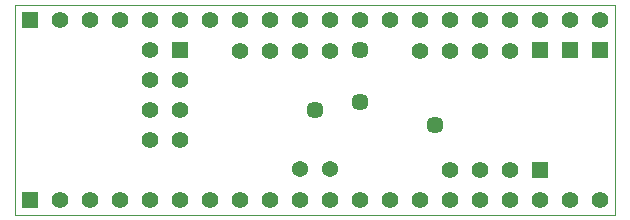
<source format=gbs>
G75*
%MOIN*%
%OFA0B0*%
%FSLAX25Y25*%
%IPPOS*%
%LPD*%
%AMOC8*
5,1,8,0,0,1.08239X$1,22.5*
%
%ADD10C,0.00000*%
%ADD11R,0.05550X0.05550*%
%ADD12C,0.05550*%
%ADD13C,0.05400*%
%ADD14C,0.05715*%
D10*
X0001250Y0001250D02*
X0001250Y0071211D01*
X0201250Y0071211D01*
X0201250Y0001250D01*
X0001250Y0001250D01*
D11*
X0006250Y0006250D03*
X0056250Y0056250D03*
X0006250Y0066250D03*
X0176250Y0056250D03*
X0186250Y0056250D03*
X0196250Y0056250D03*
X0176250Y0016250D03*
D12*
X0166250Y0016250D03*
X0156250Y0016250D03*
X0146250Y0016250D03*
X0146250Y0006250D03*
X0136250Y0006250D03*
X0126250Y0006250D03*
X0116250Y0006250D03*
X0106250Y0006250D03*
X0096250Y0006250D03*
X0086250Y0006250D03*
X0076250Y0006250D03*
X0066250Y0006250D03*
X0056250Y0006250D03*
X0046250Y0006250D03*
X0036250Y0006250D03*
X0026250Y0006250D03*
X0016250Y0006250D03*
X0046250Y0026250D03*
X0056250Y0026250D03*
X0056250Y0036250D03*
X0046250Y0036250D03*
X0046250Y0046250D03*
X0056250Y0046250D03*
X0046250Y0056250D03*
X0046250Y0066250D03*
X0036250Y0066250D03*
X0026250Y0066250D03*
X0016250Y0066250D03*
X0056250Y0066250D03*
X0066250Y0066250D03*
X0076250Y0066250D03*
X0086250Y0066250D03*
X0096250Y0066250D03*
X0106250Y0066250D03*
X0116250Y0066250D03*
X0126250Y0066250D03*
X0136250Y0066250D03*
X0146250Y0066250D03*
X0156250Y0066250D03*
X0166250Y0066250D03*
X0176250Y0066250D03*
X0186250Y0066250D03*
X0196250Y0066250D03*
X0166250Y0055935D03*
X0156250Y0055935D03*
X0146250Y0055935D03*
X0136250Y0055935D03*
X0106250Y0055935D03*
X0096250Y0055935D03*
X0086250Y0055935D03*
X0076250Y0055935D03*
X0156250Y0006250D03*
X0166250Y0006250D03*
X0176250Y0006250D03*
X0186250Y0006250D03*
X0196250Y0006250D03*
D13*
X0106250Y0016565D03*
X0096250Y0016565D03*
D14*
X0141250Y0031250D03*
X0116250Y0038750D03*
X0101250Y0036250D03*
X0116250Y0056250D03*
M02*

</source>
